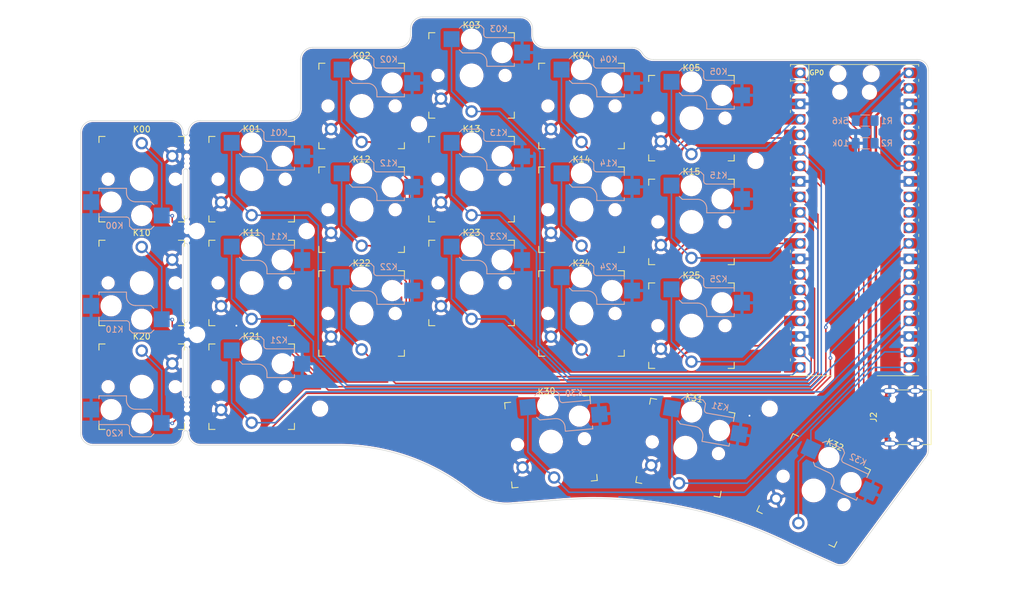
<source format=kicad_pcb>
(kicad_pcb (version 20240108) (generator "pcbnew") (generator_version "8.0")
  (title_block (rev "rev1.0"))
  (layers (0 "F.Cu" signal) (31 "B.Cu" signal) (34 "B.Paste" user) (35 "F.Paste" user) (36 "B.SilkS" user "B.Silkscreen") (37 "F.SilkS" user "F.Silkscreen") (38 "B.Mask" user) (39 "F.Mask" user) (44 "Edge.Cuts" user))
  (net 0 "")
  (net 1 "GND")
  (net 2 "/k00")
  (net 3 "/k01")
  (net 4 "/k02")
  (net 5 "/k03")
  (net 6 "/k04")
  (net 7 "/k05")
  (net 8 "/k10")
  (net 9 "/k11")
  (net 10 "/k12")
  (net 11 "/k13")
  (net 12 "/k14")
  (net 13 "/k15")
  (net 14 "/k20")
  (net 15 "/k21")
  (net 16 "/k22")
  (net 17 "/k23")
  (net 18 "/k24")
  (net 19 "/k25")
  (net 20 "/k30")
  (net 21 "/k31")
  (net 22 "/k32")
  (net 23 "rx")
  (net 24 "tx")
  (net 25 "VBUS")
  (net 26 "vbus_sense")
  (net 33 "VCC")
  (footprint "keyswitches:Kailh_socket_PG1350_optional" (layer "F.Cu") (at 164 94)
    (property "Reference" "K25")
    (property "Value" "KEYSW")
  )
  (footprint "keyswitches:Kailh_socket_PG1350_optional" (layer "F.Cu") (at 146 92)
    (property "Reference" "K24")
    (property "Value" "KEYSW")
  )
  (footprint "keyswitches:Kailh_socket_PG1350_optional" (layer "F.Cu") (at 92 104)
    (property "Reference" "K21")
    (property "Value" "KEYSW")
  )
  (footprint "keyswitches:Kailh_socket_PG1350_optional" (layer "F.Cu") (at 110 58)
    (property "Reference" "K02")
    (property "Value" "KEYSW")
  )
  (footprint "beekeeb_lib:MountingHole_2.2mm_M2-8mm" (layer "F.Cu") (at 103.2 107.6)
    (property "Reference" "H4" (hide yes))
    (property "Value" "MountingHole")
  )
  (footprint "keyswitches:Kailh_socket_PG1350_optional" (layer "F.Cu") (at 74 87 180)
    (property "Reference" "K10")
    (property "Value" "KEYSW")
  )
  (footprint "RPi_Pico:RPi_Pico_SMD_TH" (layer "F.Cu") (at 190.7032 76.708)
    (property "Reference" "U2" (hide yes))
    (property "Value" "Pico")
  )
  (footprint "keyswitches:Kailh_socket_PG1350_optional" (layer "F.Cu") (at 146 58)
    (property "Reference" "K04")
    (property "Value" "KEYSW")
  )
  (footprint "keyswitches:Kailh_socket_PG1350_optional" (layer "F.Cu") (at 110 75)
    (property "Reference" "K12")
    (property "Value" "KEYSW")
  )
  (footprint "beekeeb_lib:MountingHole_2.2mm_M2-8mm" (layer "F.Cu") (at 174.5 67)
    (property "Reference" "H2" (hide yes))
    (property "Value" "MountingHole")
  )
  (footprint "keyswitches:Kailh_socket_PG1350_optional" (layer "F.Cu") (at 141 113 5)
    (property "Reference" "K30")
    (property "Value" "KEYSW")
  )
  (footprint "beekeeb_lib:MountingHole_2.2mm_M2-8mm" (layer "F.Cu") (at 83 95.5)
    (property "Reference" "H4" (hide yes))
    (property "Value" "MountingHole")
  )
  (footprint "keyswitches:Kailh_socket_PG1350_optional" (layer "F.Cu") (at 92 70)
    (property "Reference" "K01")
    (property "Value" "KEYSW")
  )
  (footprint "beekeeb_lib:mousebites_2" (layer "F.Cu") (at 81.4 78.5 90)
    (property "Reference" "MB1" (hide yes))
    (property "Value" "MountingHole" (hide yes))
  )
  (footprint "beekeeb_lib:mousebites_3" (layer "F.Cu") (at 81.4 108.4352 90)
    (property "Reference" "MB3" (hide yes))
    (property "Value" "MountingHole" (hide yes))
  )
  (footprint "beekeeb_lib:mousebites_2" (layer "F.Cu") (at 81.4 95.5 90)
    (property "Reference" "MB2" (hide yes))
    (property "Value" "MountingHole" (hide yes))
  )
  (footprint "keyswitches:Kailh_socket_PG1350_optional" (layer "F.Cu") (at 146 75)
    (property "Reference" "K14")
    (property "Value" "KEYSW")
  )
  (footprint "keyswitches:Kailh_socket_PG1350_optional" (layer "F.Cu") (at 128 87)
    (property "Reference" "K23")
    (property "Value" "KEYSW")
  )
  (footprint "keyswitches:Kailh_socket_PG1350_optional" (layer "F.Cu") (at 128 53)
    (property "Reference" "K03")
    (property "Value" "KEYSW")
  )
  (footprint "beekeeb_lib:MountingHole_2.2mm_M2-8mm" (layer "F.Cu") (at 83 78.5)
    (property "Reference" "H4" (hide yes))
    (property "Value" "MountingHole")
  )
  (footprint "beekeeb_lib:MountingHole_2.2mm_M2-8mm" (layer "F.Cu") (at 119.4 61)
    (property "Reference" "H1" (hide yes))
    (property "Value" "MountingHole")
  )
  (footprint "keyswitches:Kailh_socket_PG1350_optional" (layer "F.Cu") (at 110 92)
    (property "Reference" "K22")
    (property "Value" "KEYSW")
  )
  (footprint "keyswitches:Kailh_socket_PG1350_optional" (layer "F.Cu") (at 164 77)
    (property "Reference" "K15")
    (property "Value" "KEYSW")
  )
  (footprint "beekeeb_lib:MountingHole_2.2mm_M2-8mm" (layer "F.Cu") (at 176.8 107.6)
    (property "Reference" "H3" (hide yes))
    (property "Value" "MountingHole")
  )
  (footprint "beekeeb_lib:MountingHole_2.2mm_M2-8mm" (layer "F.Cu") (at 101 78.5)
    (property "Reference" "H1" (hide yes))
    (property "Value" "MountingHole")
  )
  (footprint "keyswitches:Kailh_socket_PG1350_optional" (layer "F.Cu") (at 184 121 -25)
    (property "Reference" "K32")
    (property "Value" "KEYSW")
  )
  (footprint "keyswitches:Kailh_socket_PG1350_optional" (layer "F.Cu") (at 92 87)
    (property "Reference" "K11")
    (property "Value" "KEYSW")
  )
  (footprint "Connector_USB:USB_C_Receptacle_Palconn_UTC16-G" (layer "F.Cu") (at 198.4 109 90)
    (property "Reference" "J2")
    (property "Value" "USB_C_Receptacle_USB2.0_16P")
  )
  (footprint "keyswitches:Kailh_socket_PG1350_optional" (layer "F.Cu") (at 164 60)
    (property "Reference" "K05")
    (property "Value" "KEYSW")
  )
  (footprint "beekeeb_lib:mousebites_3" (layer "F.Cu") (at 81.4 65.5352 90)
    (property "Reference" "MB4" (hide yes))
    (property "Value" "MountingHole" (hide yes))
  )
  (footprint "keyswitches:Kailh_socket_PG1350_optional" (layer "F.Cu") (at 74 104 180)
    (property "Reference" "K20")
    (property "Value" "KEYSW")
  )
  (footprint "keyswitches:Kailh_socket_PG1350_optional" (layer "F.Cu") (at 128 70)
    (property "Reference" "K13")
    (property "Value" "KEYSW")
  )
  (footprint "keyswitches:Kailh_socket_PG1350_optional" (layer "F.Cu") (at 74 70 180)
    (property "Reference" "K00")
    (property "Value" "KEYSW")
  )
  (footprint "keyswitches:Kailh_socket_PG1350_optional" (layer "F.Cu") (at 163 114 -10)
    (property "Reference" "K31")
    (property "Value" "KEYSW")
  )
  (footprint "Resistor_SMD:R_1206_3216Metric_Pad1.30x1.75mm_HandSolder" (layer "B.Cu") (at 192.4304 64.1096 180)
    (property "Reference" "R2")
    (property "Value" "10k")
  )
  (footprint "Resistor_SMD:R_1206_3216Metric_Pad1.30x1.75mm_HandSolder" (layer "B.Cu") (at 192.4304 60.4012)
    (property "Reference" "R1")
    (property "Value" "5k6")
  )
  (gr_line (start 81.6 97.9) (end 81.6 105.3) (stroke (width 0.1)) (layer "Edge.Cuts"))
  (gr_arc (start 201 50.4) (mid 202.272792 50.927208) (end 202.8 52.2) (stroke (width 0.1)) (layer "Edge.Cuts"))
  (gr_line (start 98 60.4) (end 83.6 60.4) (stroke (width 0.1)) (layer "Edge.Cuts"))
  (gr_arc (start 100 50.4) (mid 100.585786 48.985786) (end 102 48.4) (stroke (width 0.1)) (layer "Edge.Cuts"))
  (gr_line (start 83.6 113.6) (end 106.5 113.6) (stroke (width 0.1)) (layer "Edge.Cuts"))
  (gr_line (start 189.949999 132.449999) (end 202.434044 115.487896) (stroke (width 0.1)) (layer "Edge.Cuts"))
  (gr_arc (start 134.5 123.175) (mid 130.930967 122.788889) (end 127.75 121.125) (stroke (width 0.1)) (layer "Edge.Cuts"))
  (gr_arc (start 118 45.4) (mid 118.585786 43.985786) (end 120 43.4) (stroke (width 0.1)) (layer "Edge.Cuts"))
  (gr_arc (start 78.8 60.4) (mid 80.214214 60.985786) (end 80.8 62.4) (stroke (width 0.1)) (layer "Edge.Cuts"))
  (gr_line (start 201 50.4) (end 157.750002 50.399998) (stroke (width 0.1)) (layer "Edge.Cuts"))
  (gr_line (start 118 45.4) (end 118 46.4) (stroke (width 0.1)) (layer "Edge.Cuts"))
  (gr_arc (start 81.6 62.4) (mid 81.2 62.8) (end 80.8 62.4) (stroke (width 0.1)) (layer "Edge.Cuts"))
  (gr_line (start 138 46.4) (end 138 45.4) (stroke (width 0.1)) (layer "Edge.Cuts"))
  (gr_line (start 81.6 68.7) (end 81.6 76.1) (stroke (width 0.1)) (layer "Edge.Cuts"))
  (gr_arc (start 81.6 93.1) (mid 81.2 93.5) (end 80.8 93.1) (stroke (width 0.1)) (layer "Edge.Cuts"))
  (gr_arc (start 80.8 111.6) (mid 81.2 111.2) (end 81.6 111.6) (stroke (width 0.1)) (layer "Edge.Cuts"))
  (gr_arc (start 81.6 76.1) (mid 81.2 76.5) (end 80.8 76.1) (stroke (width 0.1)) (layer "Edge.Cuts"))
  (gr_arc (start 80.8 111.6) (mid 80.214214 113.014214) (end 78.8 113.6) (stroke (width 0.1)) (layer "Edge.Cuts"))
  (gr_line (start 80.8 97.9) (end 80.8 105.3) (stroke (width 0.1)) (layer "Edge.Cuts"))
  (gr_arc (start 202.8 114.4) (mid 202.70606 114.973899) (end 202.434044 115.487896) (stroke (width 0.1)) (layer "Edge.Cuts"))
  (gr_line (start 100 50.4) (end 100 58.4) (stroke (width 0.1)) (layer "Edge.Cuts"))
  (gr_arc (start 80.8 68.7) (mid 81.2 68.3) (end 81.6 68.7) (stroke (width 0.1)) (layer "Edge.Cuts"))
  (gr_line (start 78.8 60.4) (end 66 60.4) (stroke (width 0.1)) (layer "Edge.Cuts"))
  (gr_line (start 66 113.6) (end 78.8 113.6) (stroke (width 0.1)) (layer "Edge.Cuts"))
  (gr_arc (start 136 43.4) (mid 137.414214 43.985786) (end 138 45.4) (stroke (width 0.1)) (layer "Edge.Cuts"))
  (gr_arc (start 118 46.4) (mid 117.414214 47.814214) (end 116 48.4) (stroke (width 0.1)) (layer "Edge.Cuts"))
  (gr_arc (start 66 113.6) (mid 64.585786 113.014214) (end 64 111.6) (stroke (width 0.1)) (layer "Edge.Cuts"))
  (gr_line (start 202.8 114.4) (end 202.8 113.2) (stroke (width 0.1)) (layer "Edge.Cuts"))
  (gr_line (start 141.8 122.600001) (end 134.5 123.175) (stroke (width 0.1)) (layer "Edge.Cuts"))
  (gr_line (start 180.129399 129.8) (end 187.513868 133.121447) (stroke (width 0.1)) (layer "Edge.Cuts"))
  (gr_arc (start 83.6 113.6) (mid 82.185786 113.014214) (end 81.6 111.6) (stroke (width 0.1)) (layer "Edge.Cuts"))
  (gr_arc (start 140 48.4) (mid 138.585786 47.814214) (end 138 46.4) (stroke (width 0.1)) (layer "Edge.Cuts"))
  (gr_line (start 80.8 68.7) (end 80.8 76.1) (stroke (width 0.1)) (layer "Edge.Cuts"))
  (gr_arc (start 157.750002 50.399998) (mid 156.742216 50.132373) (end 156 49.4) (stroke (width 0.1)) (layer "Edge.Cuts"))
  (gr_line (start 64 62.4) (end 64 111.6) (stroke (width 0.1)) (layer "Edge.Cuts"))
  (gr_arc (start 80.8 97.9) (mid 81.2 97.5) (end 81.6 97.9) (stroke (width 0.1)) (layer "Edge.Cuts"))
  (gr_line (start 80.8 80.9) (end 80.8 93.1) (stroke (width 0.1)) (layer "Edge.Cuts"))
  (gr_arc (start 80.8 80.9) (mid 81.2 80.5) (end 81.6 80.9) (stroke (width 0.1)) (layer "Edge.Cuts"))
  (gr_line (start 136 43.4) (end 120 43.4) (stroke (width 0.1)) (layer "Edge.Cuts"))
  (gr_arc (start 64 62.4) (mid 64.585786 60.985786) (end 66 60.4) (stroke (width 0.1)) (layer "Edge.Cuts"))
  (gr_arc (start 106.5 113.600001) (mid 117.756229 115.57996) (end 127.75 121.125) (stroke (width 0.1)) (layer "Edge.Cuts"))
  (gr_line (start 116 48.4) (end 102 48.4) (stroke (width 0.1)) (layer "Edge.Cuts"))
  (gr_arc (start 154.3 48.4) (mid 155.286154 48.668538) (end 156 49.4) (stroke (width 0.1)) (layer "Edge.Cuts"))
  (gr_line (start 81.6 80.9) (end 81.6 93.1) (stroke (width 0.1)) (layer "Edge.Cuts"))
  (gr_line (start 202.8 113.2) (end 202.8 52.2) (stroke (width 0.1)) (layer "Edge.Cuts"))
  (gr_arc (start 81.6 105.3) (mid 81.2 105.7) (end 80.8 105.3) (stroke (width 0.1)) (layer "Edge.Cuts"))
  (gr_arc (start 100 58.4) (mid 99.414214 59.814214) (end 98 60.4) (stroke (width 0.1)) (layer "Edge.Cuts"))
  (gr_arc (start 81.6 62.4) (mid 82.185786 60.985786) (end 83.6 60.4) (stroke (width 0.1)) (layer "Edge.Cuts"))
  (gr_arc (start 189.949999 132.449999) (mid 188.858511 133.244969) (end 187.513868 133.121447) (stroke (width 0.1)) (layer "Edge.Cuts"))
  (gr_line (start 154.3 48.4) (end 140 48.4) (stroke (width 0.1)) (layer "Edge.Cuts"))
  (gr_arc (start 141.8 122.600001) (mid 161.459797 123.564333) (end 180.129399 129.8) (stroke (width 0.1)) (layer "Edge.Cuts"))
  (segment (start 196.47 104.68) (end 195.89 105.26) (width 0.4) (layer "F.Cu") (net 1))
  (segment (start 199.5932 95.758) (end 198.3432 95.758) (width 0.4) (layer "F.Cu") (net 1))
  (segment (start 195.89 105.26) (end 195.89 105.7) (width 0.4) (layer "F.Cu") (net 1))
  (segment (start 198.3432 95.758) (end 196.47 97.6312) (width 0.4) (layer "F.Cu") (net 1))
  (segment (start 196.47 97.6312) (end 196.47 104.68) (width 0.4) (layer "F.Cu") (net 1))
  (via (at 89.5 94) (size 0.6) (drill 0.3) (layers "F.Cu" "B.Cu") (net 1))
  (via (at 173.5 108.75) (size 0.6) (drill 0.3) (layers "F.Cu" "B.Cu") (net 1))
  (segment (start 81.125527 108.4) (end 77.99952 105.273993) (width 0.4) (layer "B.Cu") (net 1))
  (segment (start 84 67.2) (end 84 70.8) (width 0.4) (layer "B.Cu") (net 1))
  (segment (start 77.99952 105.273993) (end 77.99952 101.20048) (width 0.4) (layer "B.Cu") (net 1))
  (segment (start 87 107.8) (end 86.4 108.4) (width 0.4) (layer "B.Cu") (net 1))
  (segment (start 84 70.8) (end 87 73.8) (width 0.4) (layer "B.Cu") (net 1))
  (segment (start 82.3 65.5) (end 84 67.2) (width 0.4) (layer "B.Cu") (net 1))
  (segment (start 77.99952 101.20048) (end 79 100.2) (width 0.4) (layer "B.Cu") (net 1))
  (segment (start 79.7 65.5) (end 82.3 65.5) (width 0.4) (layer "B.Cu") (net 1))
  (segment (start 86.4 108.4) (end 81.125527 108.4) (width 0.4) (layer "B.Cu") (net 1))
  (segment (start 79 66.2) (end 79.7 65.5) (width 0.4) (layer "B.Cu") (net 1))
  (segment (start 183.532555 103.999081) (end 185.249999 102.281637) (width 0.25) (layer "F.Cu") (net 2))
  (segment (start 185.249999 102.281637) (end 185.25 71.2548) (width 0.25) (layer "F.Cu") (net 2))
  (segment (start 81.658686 79.375479) (end 82.1 79.816793) (width 0.25) (layer "F.Cu") (net 2))
  (segment (start 79 77) (end 81.375479 79.375479) (width 0.25) (layer "F.Cu") (net 2))
  (segment (start 79 76) (end 79 77) (width 0.25) (layer "F.Cu") (net 2))
  (segment (start 95.601649 94.824511) (end 104.776219 103.999081) (width 0.25) (layer "F.Cu") (net 2))
  (segment (start 82.1 91.5) (end 85.424511 94.824511) (width 0.25) (layer "F.Cu") (net 2))
  (segment (start 104.776219 103.999081) (end 183.532555 103.999081) (width 0.25) (layer "F.Cu") (net 2))
  (segment (start 185.25 71.2548) (end 181.8132 67.818) (width 0.25) (layer "F.Cu") (net 2))
  (segment (start 82.1 79.816793) (end 82.1 91.5) (width 0.25) (layer "F.Cu") (net 2))
  (segment (start 81.375479 79.375479) (end 81.658686 79.375479) (width 0.25) (layer "F.Cu") (net 2))
  (segment (start 85.424511 94.824511) (end 95.601649 94.824511) (width 0.25) (layer "F.Cu") (net 2))
  (via (at 79 76) (size 0.6) (drill 0.3) (layers "F.Cu" "B.Cu") (net 2))
  (segment (start 77.275 67.375) (end 77.275 75.95) (width 0.25) (layer "B.Cu") (net 2))
  (segment (start 78.95 75.95) (end 77.275 75.95) (width 0.25) (layer "B.Cu") (net 2))
  (segment (start 79 76) (end 78.95 75.95) (width 0.25) (layer "B.Cu") (net 2))
  (segment (start 74 64.1) (end 77.275 67.375) (width 0.25) (layer "B.Cu") (net 2))
  (segment (start 107.626657 103.749519) (end 183.204543 103.749519) (width 0.25) (layer "B.Cu") (net 3))
  (segment (start 101.2 75.9) (end 102.9 77.6) (width 0.25) (layer "B.Cu") (net 3))
  (segment (start 183.204543 103.749519) (end 185.25 101.704062) (width 0.25) (layer "B.Cu") (net 3))
  (segment (start 102.9 77.6) (end 102.9 99.022862) (width 0.25) (layer "B.Cu") (net 3))
  (segment (start 88.725 64.05) (end 88.725 72.625) (width 0.25) (layer "B.Cu") (net 3))
  (segment (start 185.25 68.7148) (end 181.8132 65.278) (width 0.25) (layer "B.Cu") (net 3))
  (segment (start 88.725 72.625) (end 92 75.9) (width 0.25) (layer "B.Cu") (net 3))
  (segment (start 92 75.9) (end 101.2 75.9) (width 0.25) (layer "B.Cu") (net 3))
  (segment (start 102.9 99.022862) (end 107.626657 103.749519) (width 0.25) (layer "B.Cu") (net 3))
  (segment (start 185.25 101.704062) (end 185.25 68.7148) (width 0.25) (layer "B.Cu") (net 3))
  (segment (start 117.84952 96.34952) (end 123.850521 102.350521) (width 0.25) (layer "F.Cu") (net 4))
  (segment (start 117.849519 70.312679) (end 117.84952 96.34952) (width 0.25) (layer "F.Cu") (net 4))
  (segment (start 110 63.9) (end 111.43684 63.9) (width 0.25) (layer "F.Cu") (net 4))
  (segment (start 183.60144 89.92624) (end 181.8132 88.138) (width 0.25) (layer "F.Cu") (net 4))
  (segment (start 111.43684 63.9) (end 117.849519 70.312679) (width 0.25) (layer "F.Cu") (net 4))
  (segment (start 183.60144 101.590008) (end 183.60144 89.92624) (width 0.25) (layer "F.Cu") (net 4))
  (segment (start 182.849701 102.350521) (end 183.600111 101.600111) (width 0.25) (layer "F.Cu") (net 4))
  (segment (start 123.850521 102.350521) (end 182.849701 102.350521) (width 0.25) (layer "F.Cu") (net 4))
  (segment (start 106.725 60.625) (end 110 63.9) (width 0.25) (layer "B.Cu") (net 4))
  (segment (start 106.725 52.05) (end 106.725 60.625) (width 0.25) (layer "B.Cu") (net 4))
  (segment (start 128 58.9) (end 132.574022 58.9) (width 0.25) (layer "B.Cu") (net 5))
  (segment (start 124.725 47.05) (end 124.725 55.625) (width 0.25) (layer "B.Cu") (net 5))
  (segment (start 181.762 100.838) (end 180.5 102.1) (width 0.25) (layer "B.Cu") (net 5))
  (segment (start 139.175479 97.075479) (end 144.2 102.1) (width 0.25) (layer "B.Cu") (net 5))
  (segment (start 139.175479 65.501457) (end 139.175479 97.075479) (width 0.25) (layer "B.Cu") (net 5))
  (segment (start 144.2 102.1) (end 180.5 102.1) (width 0.25) (layer "B.Cu") (net 5))
  (segment (start 181.8132 100.838) (end 181.762 100.838) (width 0.25) (layer "B.Cu") (net 5))
  (segment (start 132.574022 58.9) (end 139.175479 65.501457) (width 0.25) (layer "B.Cu") (net 5))
  (segment (start 124.725 55.625) (end 128 58.9) (width 0.25) (layer "B.Cu") (net 5))
  (segment (start 160.15 66.25) (end 163.15 63.25) (width 0.25) (layer "F.Cu") (net 6))
  (segment (start 146 63.9) (end 148.35 66.25) (width 0.25) (layer "F.Cu") (net 6))
  (segment (start 163.15 63.25) (end 181.3012 63.25) (width 0.25) (layer "F.Cu") (net 6))
  (segment (start 148.35 66.25) (end 160.15 66.25) (width 0.25) (layer "F.Cu") (net 6))
  (segment (start 181.3012 63.25) (end 181.8132 62.738) (width 0.25) (layer "F.Cu") (net 6))
  (segment (start 142.725 52.05) (end 142.725 60.625) (width 0.25) (layer "B.Cu") (net 6))
  (segment (start 142.725 60.625) (end 146 63.9) (width 0.25) (layer "B.Cu") (net 6))
  (segment (start 160.725 54.05) (end 160.725 62.625) (width 0.25) (layer "B.Cu") (net 7))
  (segment (start 160.725 62.625) (end 164 65.9) (width 0.25) (layer "B.Cu") (net 7))
  (segment (start 176.215999 64.884001) (end 180.902 60.198) (width 0.25) (layer "B.Cu") (net 7))
  (segment (start 180.902 60.198) (end 181.8132 60.198) (width 0.25) (layer "B.Cu") (net 7))
  (segment (start 165.015999 64.884001) (end 176.215999 64.884001) (width 0.25) (layer "B.Cu") (net 7))
  (segment (start 164 65.9) (end 165.015999 64.884001) (width 0.25) (layer "B.Cu") (net 7))
  (segment (start 95.424521 95.424521) (end 104.548601 104.548601) (width 0.25) (layer "F.Cu") (net 8))
  (segment (start 81.664711 96.2) (end 82.489232 97.024521) (width 0.25) (layer "F.Cu") (net 8))
  (segment (start 81.1 96.2) (end 81.664711 96.2) (width 0.25) (layer "F.Cu") (net 8))
  (segment (start 104.548601 104.548601) (end 183.760173 104.548601) (width 0.25) (layer "F.Cu") (net 8))
  (segment (start 183.760173 104.548601) (end 183.854387 104.454387) (width 0.25) (layer "F.Cu") (net 8))
  (segment (start 186 102.308774) (end 183.854387 104.454387) (width 0.25) (layer "F.Cu") (net 8))
  (segment (start 79 94.1) (end 81.1 96.2) (width 0.25) (layer "F.Cu") (net 8))
  (segment (start 79 93) (end 79 94.1) (width 0.25) (layer "F.Cu") (net 8))
  (segment (start 183.854387 104.454387) (end 183.779387 104.529387) (width 0.25) (layer "F.Cu") (net 8))
  (segment (start 186 94.25) (end 186 102.3) (width 0.25) (layer "F.Cu") (net 8))
  (segment (start 84.531478 97.024521) (end 86.131478 95.424521) (width 0.25) (layer "F.Cu") (net 8))
  (segment (start 86.131478 95.424521) (end 95.424521 95.424521) (width 0.25) (layer "F.Cu") (net 8))
  (segment (start 186 102.3) (end 186 102.308774) (width 0.25) (layer "F.Cu") (net 8))
  (segment (start 82.489232 97.024521) (end 84.531478 97.024521) (width 0.25) (layer "F.Cu") (net 8))
  (via (at 186 94.25) (size 0.6) (drill 0.3) (layers "F.Cu" "B.Cu") (net 8))
  (via (at 79 93) (size 0.6) (drill 0.3) (layers "F.Cu" "B.Cu") (net 8))
  (segment (start 186 93.860769) (end 199.342769 80.518) (width 0.25) (layer "B.Cu") (net 8))
  (segment (start 79 93) (end 78.95 92.95) (width 0.25) (layer "B.Cu") (net 8))
  (segment (start 186 94.25) (end 186 93.860769) (width 0.25) (layer "B.Cu") (net 8))
  (segment (start 199.342769 80.518) (end 199.5932 80.518) (width 0.25) (layer "B.Cu") (net 8))
  (segment (start 77.275 84.375) (end 74 81.1) (width 0.25) (layer "B.Cu") (net 8))
  (segment (start 77.275 92.95) (end 77.275 84.375) (width 0.25) (layer "B.Cu") (net 8))
  (segment (start 78.95 92.95) (end 77.275 92.95) (width 0.25) (layer "B.Cu") (net 8))
  (segment (start 88.725 81.05) (end 88.725 89.625) (width 0.25) (layer "B.Cu") (net 9))
  (segment (start 107.39904 104.29904) (end 183.43216 104.29904) (width 0.25) (layer "B.Cu") (net 9))
  (segment (start 102.1 96.577138) (end 102.1 99) (width 0.25) (layer "B.Cu") (net 9))
  (segment (start 183.43216 104.29904) (end 199.5932 88.138) (width 0.25) (layer "B.Cu") (net 9))
  (segment (start 98.422862 92.9) (end 102.1 96.577138) (width 0.25) (layer "B.Cu") (net 9))
  (segment (start 92 92.9) (end 98.422862 92.9) (width 0.25) (layer "B.Cu") (net 9))
  (segment (start 88.725 89.625) (end 92 92.9) (width 0.25) (layer "B.Cu") (net 9))
  (segment (start 102.1 99) (end 107.39904 104.29904) (width 0.25) (layer "B.Cu") (net 9))
  (segment (start 123.300041 102.900041) (end 183.077319 102.900041) (width 0.25) (layer "F.Cu") (net 10))
  (segment (start 181.822222 85.598) (end 181.8132 85.598) (width 0.25) (layer "F.Cu") (net 10))
  (segment (start 184.15096 101.8264) (end 184.15096 87.926738) (width 0.25) (layer "F.Cu") (net 10))
  (segment (start 111.43684 80.9) (end 117.3 86.76316) (width 0.25) (layer "F.Cu") (net 10))
  (segment (start 184.15096 87.926738) (end 181.822222 85.598) (width 0.25) (layer "F.Cu") (net 10))
  (segment (start 110 80.9) (end 111.43684 80.9) (width 0.25) (layer "F.Cu") (net 10))
  (segment (start 183.077319 102.900041) (end 184.15096 101.8264) (width 0.25) (layer "F.Cu") (net 10))
  (segment (start 117.3 96.9) (end 123.300041 102.900041) (width 0.25) (layer "F.Cu") (net 10))
  (segment (start 117.3 86.76316) (end 117.3 96.9) (width 0.25) (layer "F.Cu") (net 10))
  (segment (start 106.725 77.625) (end 110 80.9) (width 0.25) (layer "B.Cu") (net 10))
  (segment (start 106.725 69.05) (end 106.725 77.625) (width 0.25) (layer "B.Cu") (net 10))
  (segment (start 183.5 101.75) (end 183.5 99.9848) (width 0.25) (layer "B.Cu") (net 11))
  (segment (start 124.725 64.05) (end 124.725 72.625) (width 0.25) (layer "B.Cu") (net 11))
  (segment (start 143.972382 102.64952) (end 160.626418 102.64952) (width 0.25) (layer "B.Cu") (net 11))
  (segment (start 160.7 102.64952) (end 182.60048 102.64952) (width 0.25) (layer "B.Cu") (net 11))
  (segment (start 182.60048 102.64952) (end 183.5 101.75) (width 0.25) (layer "B.Cu") (net 11))
  (segment (start 138.62596 97.303098) (end 143.972382 102.64952) (width 0.25) (layer "B.Cu") (net 11))
  (segment (start 124.725 72.625) (end 128 75.9) (width 0.25) (layer "B.Cu") (net 11))
  (segment (start 132.574022 75.9) (end 138.625959 81.951937) (width 0.25) (layer "B.Cu") (net 11))
  (segment (start 183.5 99.9848) (end 181.8132 98.298) (width 0.25) (layer "B.Cu") (net 11))
  (segment (start 138.625959 81.951937) (end 138.62596 97.303098) (width 0.25) (layer "B.Cu") (net 11))
  (segment (start 128 75.9) (end 132.574022 75.9) (width 0.25) (layer "B.Cu") (net 11))
  (segment (start 146 80.9) (end 148.4 83.3) (width 0.25) (layer "F.Cu") (net 12))
  (segment (start 160.2 83.3) (end 162.982 80.518) (width 0.25) (layer "F.Cu") (net 12))
  (segment (start 162.982 80.518) (end 181.8132 80.518) (width 0.25) (layer "F.Cu") (net 12))
  (segment (start 148.4 83.3) (end 160.2 83.3) (width 0.25) (layer "F.Cu") (net 12))
  (segment (start 142.725 77.625) (end 146 80.9) (width 0.25) (layer "B.Cu") (net 12))
  (segment (start 142.725 69.05) (end 142.725 77.625) (width 0.25) (layer "B.Cu") (net 12))
  (segment (start 160.725 79.625) (end 164 82.9) (width 0.25) (layer "B.Cu") (net 13))
  (segment (start 176.8912 82.9) (end 181.8132 77.978) (width 0.25) (layer "B.Cu") (net 13))
  (segment (start 160.725 71.05) (end 160.725 79.625) (width 0.25) (layer "B.Cu") (net 13))
  (segment (start 164 82.9) (end 176.8912 82.9) (width 0.25) (layer "B.Cu") (net 13))
  (segment (start 186.75 102.335912) (end 186.75 99.3) (width 0.25) (layer "F.Cu") (net 14))
  (segment (start 88.05 111.8) (end 94.2 111.8) (width 0.25) (layer "F.Cu") (net 14))
  (segment (start 84.65 108.4) (end 88.05 111.8) (width 0.25) (layer "F.Cu") (net 14))
  (segment (start 79 110) (end 80.6 108.4) (width 0.25) (layer "F.Cu") (net 14))
  (segment (start 100.901879 105.098121) (end 183.987791 105.098121) (width 0.25) (layer "F.Cu") (net 14))
  (segment (start 80.6 108.4) (end 84.65 108.4) (width 0.25) (layer "F.Cu") (net 14))
  (segment (start 183.987791 105.098121) (end 186.75 102.335912) (width 0.25) (layer "F.Cu") (net 14))
  (segment (start 94.2 111.8) (end 100.901879 105.098121) (width 0.25) (layer "F.Cu") (net 14))
  (via (at 186.75 99.3) (size 0.6) (drill 0.3) (layers "F.Cu" "B.Cu") (net 14))
  (via (at 79 110) (size 0.6) (drill 0.3) (layers "F.Cu" "B.Cu") (net 14))
  (segment (start 79 110) (end 78.95 109.95) (width 0.25) (layer "B.Cu") (net 14))
  (segment (start 77.275 101.375) (end 74 98.1) (width 0.25) (layer "B.Cu") (net 14))
  (segment (start 78.95 109.95) (end 77.275 109.95) (width 0.25) (layer "B.Cu") (net 14))
  (segment (start 77.275 109.95) (end 77.275 101.375) (width 0.25) (layer "B.Cu") (net 14))
  (segment (start 186.75 98.4412) (end 199.5932 85.598) (width 0.25) (layer "B.Cu") (net 14))
  (segment (start 186.75 99.3) (end 186.75 98.4412) (width 0.25) (layer "B.Cu") (net 14))
  (segment (start 88.725 106.625) (end 92 109.9) (width 0.25) (layer "B.Cu") (net 15))
  (segment (start 185.42264 104.84856) (end 199.5932 90.678) (width 0.25) (layer "B.Cu") (net 15))
  (segment (start 100.95144 104.84856) (end 185.42264 104.84856) (width 0.25) (layer "B.Cu") (net 15))
  (segment (start 88.725 98.05) (end 88.725 106.625) (width 0.25) (layer "B.Cu") (net 15))
  (segment (start 95.9 109.9) (end 100.95144 104.84856) (width 0.25) (layer "B.Cu") (net 15))
  (segment (start 92 109.9) (end 95.9 109.9) (width 0.25) (layer "B.Cu") (net 15))
  (segment (start 183.304937 103.449561) (end 184.70048 102.054018) (width 0.25) (layer "F.Cu") (net 16))
  (segment (start 184.70048 75.78528) (end 181.8132 72.898) (width 0.25) (layer "F.Cu") (net 16))
  (segment (start 115.549561 103.449561) (end 183.304937 103.449561) (width 0.25) (layer "F.Cu") (net 16))
  (segment (start 110 97.9) (end 115.549561 103.449561) (width 0.25) (layer "F.Cu") (net 16))
  (segment (start 184.70048 102.054018) (end 184.70048 75.78528) (width 0.25) (layer "F.Cu") (net 16))
  (segment (start 106.725 94.625) (end 110 97.9) (width 0.25) (layer "B.Cu") (net 16))
  (segment (start 106.725 86.05) (end 106.725 94.625) (width 0.25) (layer "B.Cu") (net 16))
  (segment (start 124.725 89.625) (end 128 92.9) (width 0.25) (layer "B.Cu") (net 17))
  (segment (start 184.70048 78.32528) (end 181.8132 75.438) (width 0.25) (layer "B.Cu") (net 17))
  (segment (start 143.7 103.2) (end 182.976924 103.2) (width 0.25) (layer "B.Cu") (net 17))
  (segment (start 128 92.9) (end 133.4 92.9) (width 0.25) (layer "B.Cu") (net 17))
  (segment (start 124.725 81.05) (end 124.725 89.625) (width 0.25) (layer "B.Cu") (net 17))
  (segment (start 133.4 92.9) (end 143.7 103.2) (width 0.25) (layer "B.Cu") (net 17))
  (segment (start 184.70048 101.476444) (end 184.70048 78.32528) (width 0.25) (layer "B.Cu") (net 17))
  (segment (start 182.976924 103.2) (end 184.70048 101.476444) (width 0.25) (layer "B.Cu") (net 17))
  (segment (start 160.15 100.25) (end 163.1 97.3) (width 0.25) (layer "F.Cu") (net 18))
  (segment (start 148.35 100.25) (end 160.15 100.25) (width 0.25) (layer "F.Cu") (net 18))
  (segment (start 179.082 93.218) (end 181.8132 93.218) (width 0.25) (layer "F.Cu") (net 18))
  (segment (start 146 97.9) (end 148.35 100.25) (width 0.25) (layer "F.Cu") (net 18))
  (segment (start 175 97.3) (end 179.082 93.218) (width 0.25) (layer "F.Cu") (net 18))
  (segment (start 163.1 97.3) (end 175 97.3) (width 0.25) (layer "F.Cu") (net 18))
  (segment (start 142.725 86.05) (end 142.725 94.625) (width 0.25) (layer "B.Cu") (net 18))
  (segment (start 142.725 94.625) (end 146 97.9) (width 0.25) (layer "B.Cu") (net 18))
  (segment (start 160.725 88.05) (end 160.725 96.625) (width 0.25) (layer "B.Cu") (net 19))
  (segment (start 164 99.9) (end 172.5912 99.9) (width 0.25) (layer "B.Cu") (net 19))
  (segment (start 172.5912 99.9) (end 181.8132 90.678) (width 0.25) (layer "B.Cu") (net 19))
  (segment (start 160.725 96.625) (end 164 99.9) (width 0.25) (layer "B.Cu") (net 19))
  (segment (start 141.514219 118.877549) (end 143.93667 121.3) (width 0.25) (layer "B.Cu") (net 20))
  (segment (start 195.624862 98.298) (end 199.5932 98.298) (width 0.25) (layer "B.Cu") (net 20))
  (segment (start 141.514219 118.877549) (end 140.63667 118) (width 0.25) (layer "B.Cu") (net 20))
  (segment (start 143.93667 121.3) (end 172.622862 121.3) (width 0.25) (layer "B.Cu") (net 20))
  (segment (start 137.218886 114.718886) (end 137.218886 107.358077) (width 0.25) (layer "B.Cu") (net 20))
  (segment (start 140.5 118) (end 137.218886 114.718886) (width 0.25) (layer "B.Cu") (net 20))
  (segment (start 140.63667 118) (end 140.5 118) (width 0.25) (layer "B.Cu") (net 20))
  (segment (start 172.622862 121.3) (end 195.624862 98.298) (width 0.25) (layer "B.Cu") (net 20))
  (segment (start 199.5932 93.3068) (end 173.089634 119.810366) (width 0.25) (layer "B.Cu") (net 21))
  (segment (start 199.5932 93.218) (end 199.5932 93.3068) (width 0.25) (layer "B.Cu") (net 21))
  (segment (start 161.975476 119.810366) (end 160.807961 118.642851) (width 0.25) (layer "B.Cu") (net 21))
  (segment (start 173.089634 119.810366) (end 161.975476 119.810366) (width 0.25) (layer "B.Cu") (net 21))
  (segment (start 160.807961 118.642851) (end 160.807961 107.571696) (width 0.25) (layer "B.Cu") (net 21))
  (segment (start 181.506552 116.263263) (end 183.546421 114.223394) (width 0.25) (layer "B.Cu") (net 22))
  (segment (start 181.506552 126.347216) (end 181.506552 116.263263) (width 0.25) (layer "B.Cu") (net 22))
  (segment (start 183.546421 114.223394) (end 183.546421 111.153579) (width 0.25) (layer "B.Cu") (net 22))
  (segment (start 183.546421 111.153579) (end 193.862 100.838) (width 0.25) (layer "B.Cu") (net 22))
  (segment (start 193.862 100.838) (end 199.5932 100.838) (width 0.25) (layer "B.Cu") (net 22))
  (segment (start 195.15 109.75) (end 195.89 109.75) (width 0.25) (layer "F.Cu") (net 23))
  (segment (start 182.022222 55.118) (end 191.4 64.495778) (width 0.25) (layer "F.Cu") (net 23))
  (segment (start 191.4 64.495778) (end 191.4 105.401396) (width 0.25) (layer "F.Cu") (net 23))
  (segment (start 195.89 108.75) (end 195.01 108.75) (width 0.25) (layer "F.Cu") (net 23))
  (segment (start 194.8 108.96) (end 194.8 109.4) (width 0.25) (layer "F.Cu") (net 23))
  (segment (start 194.8 109.4) (end 195.15 109.75) (width 0.25) (layer "F.Cu") (net 23))
  (segment (start 191.4 105.401396) (end 194.748604 108.75) (width 0.25) (layer "F.Cu") (net 23))
  (segment (start 181.8132 55.118) (end 182.022222 55.118) (width 0.25) (layer "F.Cu") (net 23))
  (segment (start 195.01 108.75) (end 194.8 108.96) (width 0.25) (layer "F.Cu") (net 23))
  (segment (start 194.748604 108.75) (end 195.89 108.75) (width 0.25) (layer "F.Cu") (net 23))
  (segment (start 194.885 108.25) (end 195.89 108.25) (width 0.25) (layer "F.Cu") (net 24))
  (segment (start 197.2 108.68) (end 197.2 109) (width 0.25) (layer "F.Cu") (net 24))
  (segment (start 196.77 108.25) (end 197.2 108.68) (width 0.25) (layer "F.Cu") (net 24))
  (segment (start 181.8132 52.578) (end 192.2 62.9648) (width 0.25) (layer "F.Cu") (net 24))
  (segment (start 195.89 108.25) (end 196.77 108.25) (width 0.25) (layer "F.Cu") (net 24))
  (segment (start 192.2 62.9648) (end 192.2 105.565) (width 0.25) (layer "F.Cu") (net 24))
  (segment (start 197.2 109) (end 196.95 109.25) (width 0.25) (layer "F.Cu") (net 24))
  (segment (start 192.2 105.565) (end 194.885 108.25) (width 0.25) (layer "F.Cu") (net 24))
  (segment (start 196.95 109.25) (end 195.89 109.25) (width 0.25) (layer "F.Cu") (net 24))
  (segment (start 198.7036 52.578) (end 190.8804 60.4012) (width 0.4) (layer "B.Cu") (net 25))
  (segment (start 199.5932 52.578) (end 198.7036 52.578) (width 0.4) (layer "B.Cu") (net 25))
  (segment (start 193.9804 60.4012) (end 193.9804 64.1096) (width 0.25) (layer "B.Cu") (net 26))
  (segment (start 197.6888 67.818) (end 193.9804 64.1096) (width 0.25) (layer "B.Cu") (net 26))
  (segment (start 199.5932 67.818) (end 197.6888 67.818) (width 0.25) (layer "B.Cu") (net 26))
  (segment (start 196.485406 111.4) (end 195.89 111.4) (width 0.25) (layer "F.Cu") (net 33))
  (segment (start 195 106.6) (end 195.89 106.6) (width 0.4) (layer "F.Cu") (net 33))
  (segment (start 198.682 55.118) (end 199.5932 55.118) (width 0.4) (layer "F.Cu") (net 33))
  (segment (start 198.085406 108.2) (end 198.085406 109.8) (width 0.25) (layer "F.Cu") (net 33))
  (segment (start 194.2 59.6) (end 194.2 105.8) (width 0.4) (layer "F.Cu") (net 33))
  (segment (start 195.89 106.6) (end 196.485406 106.6) (width 0.25) (layer "F.Cu") (net 33))
  (segment (start 196.485406 106.6) (end 198.085406 108.2) (width 0.25) (layer "F.Cu") (net 33))
  (segment (start 198.682 55.118) (end 194.2 59.6) (width 0.4) (layer "F.Cu") (net 33))
  (segment (start 198.085406 109.8) (end 196.485406 111.4) (width 0.25) (layer "F.Cu") (net 33))
  (segment (start 194.2 105.8) (end 195 106.6) (width 0.4) (layer "F.Cu") (net 33))
  (zone (net 1) (net_name "GND") (layers "F&B.Cu") (connect_pads (clearance 0.508)) (min_thickness 0.25) (fill yes (thermal_gap 0.508) (thermal_bridge_width 0.508))
    (polygon (pts (xy 218.44 137.16) (xy 50.8 137.16) (xy 50.8 40.64) (xy 218.44 40.64)))
  )
)
</source>
